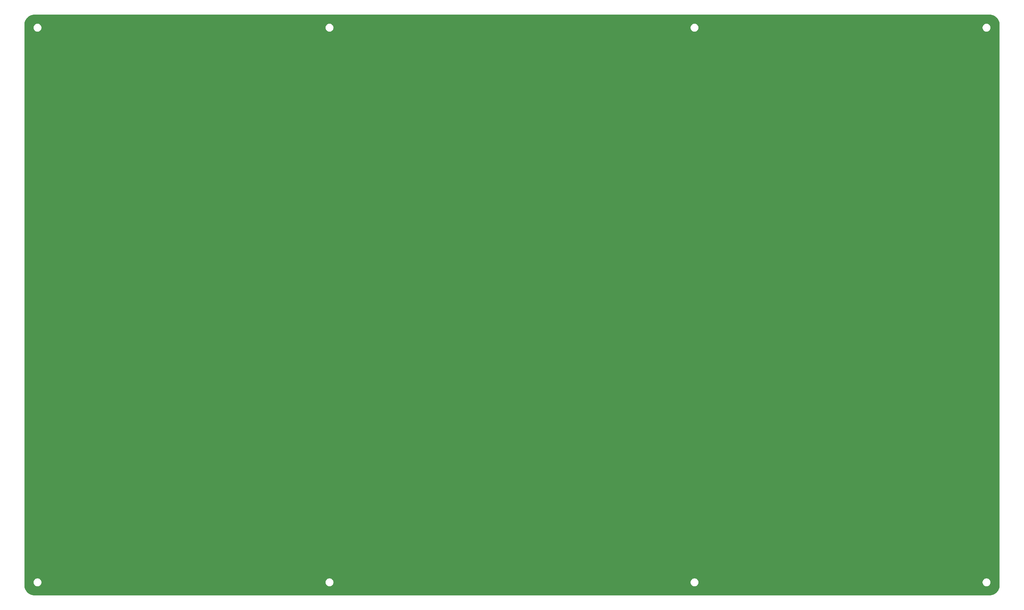
<source format=gbr>
%TF.GenerationSoftware,KiCad,Pcbnew,9.0.7*%
%TF.CreationDate,2026-02-10T07:58:34+00:00*%
%TF.ProjectId,WEASEL_KiCad,57454153-454c-45f4-9b69-4361642e6b69,rev?*%
%TF.SameCoordinates,Original*%
%TF.FileFunction,Copper,L1,Top*%
%TF.FilePolarity,Positive*%
%FSLAX46Y46*%
G04 Gerber Fmt 4.6, Leading zero omitted, Abs format (unit mm)*
G04 Created by KiCad (PCBNEW 9.0.7) date 2026-02-10 07:58:34*
%MOMM*%
%LPD*%
G01*
G04 APERTURE LIST*
G04 APERTURE END LIST*
%TA.AperFunction,Conductor*%
%TO.N,GND*%
G36*
X345503032Y-412500648D02*
G01*
X345836929Y-412517052D01*
X345849037Y-412518245D01*
X345952146Y-412533539D01*
X346176699Y-412566849D01*
X346188617Y-412569219D01*
X346509951Y-412649709D01*
X346521588Y-412653240D01*
X346592806Y-412678722D01*
X346833467Y-412764832D01*
X346844688Y-412769479D01*
X347144163Y-412911120D01*
X347154871Y-412916844D01*
X347438988Y-413087137D01*
X347449106Y-413093897D01*
X347715170Y-413291224D01*
X347724576Y-413298944D01*
X347970013Y-413521395D01*
X347978604Y-413529986D01*
X348165755Y-413736475D01*
X348201055Y-413775423D01*
X348208775Y-413784829D01*
X348406102Y-414050893D01*
X348412862Y-414061011D01*
X348541776Y-414276092D01*
X348583148Y-414345116D01*
X348588885Y-414355848D01*
X348730514Y-414655297D01*
X348735170Y-414666540D01*
X348846759Y-414978411D01*
X348850292Y-414990055D01*
X348930777Y-415311369D01*
X348933151Y-415323305D01*
X348981754Y-415650962D01*
X348982947Y-415663071D01*
X348999351Y-415996966D01*
X348999500Y-416003051D01*
X348999500Y-607996948D01*
X348999351Y-608003033D01*
X348982947Y-608336928D01*
X348981754Y-608349037D01*
X348933151Y-608676694D01*
X348930777Y-608688630D01*
X348850292Y-609009944D01*
X348846759Y-609021588D01*
X348735170Y-609333459D01*
X348730514Y-609344702D01*
X348588885Y-609644151D01*
X348583148Y-609654883D01*
X348412862Y-609938988D01*
X348406102Y-609949106D01*
X348208775Y-610215170D01*
X348201055Y-610224576D01*
X347978611Y-610470006D01*
X347970006Y-610478611D01*
X347724576Y-610701055D01*
X347715170Y-610708775D01*
X347449106Y-610906102D01*
X347438988Y-610912862D01*
X347154883Y-611083148D01*
X347144151Y-611088885D01*
X346844702Y-611230514D01*
X346833459Y-611235170D01*
X346521588Y-611346759D01*
X346509944Y-611350292D01*
X346188630Y-611430777D01*
X346176694Y-611433151D01*
X345849037Y-611481754D01*
X345836928Y-611482947D01*
X345521989Y-611498419D01*
X345503031Y-611499351D01*
X345496949Y-611499500D01*
X18503051Y-611499500D01*
X18496968Y-611499351D01*
X18476900Y-611498365D01*
X18163071Y-611482947D01*
X18150962Y-611481754D01*
X17823305Y-611433151D01*
X17811369Y-611430777D01*
X17490055Y-611350292D01*
X17478411Y-611346759D01*
X17166540Y-611235170D01*
X17155301Y-611230515D01*
X16855844Y-611088883D01*
X16845121Y-611083150D01*
X16561011Y-610912862D01*
X16550893Y-610906102D01*
X16284829Y-610708775D01*
X16275423Y-610701055D01*
X16236475Y-610665755D01*
X16029986Y-610478604D01*
X16021395Y-610470013D01*
X15798944Y-610224576D01*
X15791224Y-610215170D01*
X15593897Y-609949106D01*
X15587137Y-609938988D01*
X15416844Y-609654871D01*
X15411120Y-609644163D01*
X15269479Y-609344688D01*
X15264829Y-609333459D01*
X15153240Y-609021588D01*
X15149707Y-609009944D01*
X15140958Y-608975015D01*
X15069219Y-608688617D01*
X15066848Y-608676694D01*
X15018245Y-608349037D01*
X15017052Y-608336927D01*
X15000649Y-608003032D01*
X15000500Y-607996948D01*
X15000500Y-606893713D01*
X18149500Y-606893713D01*
X18149500Y-607106286D01*
X18182753Y-607316239D01*
X18248444Y-607518414D01*
X18344951Y-607707820D01*
X18469890Y-607879786D01*
X18620213Y-608030109D01*
X18792179Y-608155048D01*
X18792181Y-608155049D01*
X18792184Y-608155051D01*
X18981588Y-608251557D01*
X19183757Y-608317246D01*
X19393713Y-608350500D01*
X19393714Y-608350500D01*
X19606286Y-608350500D01*
X19606287Y-608350500D01*
X19816243Y-608317246D01*
X20018412Y-608251557D01*
X20207816Y-608155051D01*
X20229789Y-608139086D01*
X20379786Y-608030109D01*
X20379788Y-608030106D01*
X20379792Y-608030104D01*
X20530104Y-607879792D01*
X20530106Y-607879788D01*
X20530109Y-607879786D01*
X20655048Y-607707820D01*
X20655047Y-607707820D01*
X20655051Y-607707816D01*
X20751557Y-607518412D01*
X20817246Y-607316243D01*
X20850500Y-607106287D01*
X20850500Y-606893713D01*
X118149500Y-606893713D01*
X118149500Y-607106286D01*
X118182753Y-607316239D01*
X118248444Y-607518414D01*
X118344951Y-607707820D01*
X118469890Y-607879786D01*
X118620213Y-608030109D01*
X118792179Y-608155048D01*
X118792181Y-608155049D01*
X118792184Y-608155051D01*
X118981588Y-608251557D01*
X119183757Y-608317246D01*
X119393713Y-608350500D01*
X119393714Y-608350500D01*
X119606286Y-608350500D01*
X119606287Y-608350500D01*
X119816243Y-608317246D01*
X120018412Y-608251557D01*
X120207816Y-608155051D01*
X120229789Y-608139086D01*
X120379786Y-608030109D01*
X120379788Y-608030106D01*
X120379792Y-608030104D01*
X120530104Y-607879792D01*
X120530106Y-607879788D01*
X120530109Y-607879786D01*
X120655048Y-607707820D01*
X120655047Y-607707820D01*
X120655051Y-607707816D01*
X120751557Y-607518412D01*
X120817246Y-607316243D01*
X120850500Y-607106287D01*
X120850500Y-606893713D01*
X243149500Y-606893713D01*
X243149500Y-607106286D01*
X243182753Y-607316239D01*
X243248444Y-607518414D01*
X243344951Y-607707820D01*
X243469890Y-607879786D01*
X243620213Y-608030109D01*
X243792179Y-608155048D01*
X243792181Y-608155049D01*
X243792184Y-608155051D01*
X243981588Y-608251557D01*
X244183757Y-608317246D01*
X244393713Y-608350500D01*
X244393714Y-608350500D01*
X244606286Y-608350500D01*
X244606287Y-608350500D01*
X244816243Y-608317246D01*
X245018412Y-608251557D01*
X245207816Y-608155051D01*
X245229789Y-608139086D01*
X245379786Y-608030109D01*
X245379788Y-608030106D01*
X245379792Y-608030104D01*
X245530104Y-607879792D01*
X245530106Y-607879788D01*
X245530109Y-607879786D01*
X245655048Y-607707820D01*
X245655047Y-607707820D01*
X245655051Y-607707816D01*
X245751557Y-607518412D01*
X245817246Y-607316243D01*
X245850500Y-607106287D01*
X245850500Y-606893713D01*
X343149500Y-606893713D01*
X343149500Y-607106286D01*
X343182753Y-607316239D01*
X343248444Y-607518414D01*
X343344951Y-607707820D01*
X343469890Y-607879786D01*
X343620213Y-608030109D01*
X343792179Y-608155048D01*
X343792181Y-608155049D01*
X343792184Y-608155051D01*
X343981588Y-608251557D01*
X344183757Y-608317246D01*
X344393713Y-608350500D01*
X344393714Y-608350500D01*
X344606286Y-608350500D01*
X344606287Y-608350500D01*
X344816243Y-608317246D01*
X345018412Y-608251557D01*
X345207816Y-608155051D01*
X345229789Y-608139086D01*
X345379786Y-608030109D01*
X345379788Y-608030106D01*
X345379792Y-608030104D01*
X345530104Y-607879792D01*
X345530106Y-607879788D01*
X345530109Y-607879786D01*
X345655048Y-607707820D01*
X345655047Y-607707820D01*
X345655051Y-607707816D01*
X345751557Y-607518412D01*
X345817246Y-607316243D01*
X345850500Y-607106287D01*
X345850500Y-606893713D01*
X345817246Y-606683757D01*
X345751557Y-606481588D01*
X345655051Y-606292184D01*
X345655049Y-606292181D01*
X345655048Y-606292179D01*
X345530109Y-606120213D01*
X345379786Y-605969890D01*
X345207820Y-605844951D01*
X345018414Y-605748444D01*
X345018413Y-605748443D01*
X345018412Y-605748443D01*
X344816243Y-605682754D01*
X344816241Y-605682753D01*
X344816240Y-605682753D01*
X344654957Y-605657208D01*
X344606287Y-605649500D01*
X344393713Y-605649500D01*
X344345042Y-605657208D01*
X344183760Y-605682753D01*
X343981585Y-605748444D01*
X343792179Y-605844951D01*
X343620213Y-605969890D01*
X343469890Y-606120213D01*
X343344951Y-606292179D01*
X343248444Y-606481585D01*
X343182753Y-606683760D01*
X343149500Y-606893713D01*
X245850500Y-606893713D01*
X245817246Y-606683757D01*
X245751557Y-606481588D01*
X245655051Y-606292184D01*
X245655049Y-606292181D01*
X245655048Y-606292179D01*
X245530109Y-606120213D01*
X245379786Y-605969890D01*
X245207820Y-605844951D01*
X245018414Y-605748444D01*
X245018413Y-605748443D01*
X245018412Y-605748443D01*
X244816243Y-605682754D01*
X244816241Y-605682753D01*
X244816240Y-605682753D01*
X244654957Y-605657208D01*
X244606287Y-605649500D01*
X244393713Y-605649500D01*
X244345042Y-605657208D01*
X244183760Y-605682753D01*
X243981585Y-605748444D01*
X243792179Y-605844951D01*
X243620213Y-605969890D01*
X243469890Y-606120213D01*
X243344951Y-606292179D01*
X243248444Y-606481585D01*
X243182753Y-606683760D01*
X243149500Y-606893713D01*
X120850500Y-606893713D01*
X120817246Y-606683757D01*
X120751557Y-606481588D01*
X120655051Y-606292184D01*
X120655049Y-606292181D01*
X120655048Y-606292179D01*
X120530109Y-606120213D01*
X120379786Y-605969890D01*
X120207820Y-605844951D01*
X120018414Y-605748444D01*
X120018413Y-605748443D01*
X120018412Y-605748443D01*
X119816243Y-605682754D01*
X119816241Y-605682753D01*
X119816240Y-605682753D01*
X119654957Y-605657208D01*
X119606287Y-605649500D01*
X119393713Y-605649500D01*
X119345042Y-605657208D01*
X119183760Y-605682753D01*
X118981585Y-605748444D01*
X118792179Y-605844951D01*
X118620213Y-605969890D01*
X118469890Y-606120213D01*
X118344951Y-606292179D01*
X118248444Y-606481585D01*
X118182753Y-606683760D01*
X118149500Y-606893713D01*
X20850500Y-606893713D01*
X20817246Y-606683757D01*
X20751557Y-606481588D01*
X20655051Y-606292184D01*
X20655049Y-606292181D01*
X20655048Y-606292179D01*
X20530109Y-606120213D01*
X20379786Y-605969890D01*
X20207820Y-605844951D01*
X20018414Y-605748444D01*
X20018413Y-605748443D01*
X20018412Y-605748443D01*
X19816243Y-605682754D01*
X19816241Y-605682753D01*
X19816240Y-605682753D01*
X19654957Y-605657208D01*
X19606287Y-605649500D01*
X19393713Y-605649500D01*
X19345042Y-605657208D01*
X19183760Y-605682753D01*
X18981585Y-605748444D01*
X18792179Y-605844951D01*
X18620213Y-605969890D01*
X18469890Y-606120213D01*
X18344951Y-606292179D01*
X18248444Y-606481585D01*
X18182753Y-606683760D01*
X18149500Y-606893713D01*
X15000500Y-606893713D01*
X15000500Y-416893713D01*
X18149500Y-416893713D01*
X18149500Y-417106286D01*
X18182753Y-417316239D01*
X18248444Y-417518414D01*
X18344951Y-417707820D01*
X18469890Y-417879786D01*
X18620213Y-418030109D01*
X18792179Y-418155048D01*
X18792181Y-418155049D01*
X18792184Y-418155051D01*
X18981588Y-418251557D01*
X19183757Y-418317246D01*
X19393713Y-418350500D01*
X19393714Y-418350500D01*
X19606286Y-418350500D01*
X19606287Y-418350500D01*
X19816243Y-418317246D01*
X20018412Y-418251557D01*
X20207816Y-418155051D01*
X20229789Y-418139086D01*
X20379786Y-418030109D01*
X20379788Y-418030106D01*
X20379792Y-418030104D01*
X20530104Y-417879792D01*
X20530106Y-417879788D01*
X20530109Y-417879786D01*
X20655048Y-417707820D01*
X20655047Y-417707820D01*
X20655051Y-417707816D01*
X20751557Y-417518412D01*
X20817246Y-417316243D01*
X20850500Y-417106287D01*
X20850500Y-416893713D01*
X118149500Y-416893713D01*
X118149500Y-417106286D01*
X118182753Y-417316239D01*
X118248444Y-417518414D01*
X118344951Y-417707820D01*
X118469890Y-417879786D01*
X118620213Y-418030109D01*
X118792179Y-418155048D01*
X118792181Y-418155049D01*
X118792184Y-418155051D01*
X118981588Y-418251557D01*
X119183757Y-418317246D01*
X119393713Y-418350500D01*
X119393714Y-418350500D01*
X119606286Y-418350500D01*
X119606287Y-418350500D01*
X119816243Y-418317246D01*
X120018412Y-418251557D01*
X120207816Y-418155051D01*
X120229789Y-418139086D01*
X120379786Y-418030109D01*
X120379788Y-418030106D01*
X120379792Y-418030104D01*
X120530104Y-417879792D01*
X120530106Y-417879788D01*
X120530109Y-417879786D01*
X120655048Y-417707820D01*
X120655047Y-417707820D01*
X120655051Y-417707816D01*
X120751557Y-417518412D01*
X120817246Y-417316243D01*
X120850500Y-417106287D01*
X120850500Y-416893713D01*
X243149500Y-416893713D01*
X243149500Y-417106286D01*
X243182753Y-417316239D01*
X243248444Y-417518414D01*
X243344951Y-417707820D01*
X243469890Y-417879786D01*
X243620213Y-418030109D01*
X243792179Y-418155048D01*
X243792181Y-418155049D01*
X243792184Y-418155051D01*
X243981588Y-418251557D01*
X244183757Y-418317246D01*
X244393713Y-418350500D01*
X244393714Y-418350500D01*
X244606286Y-418350500D01*
X244606287Y-418350500D01*
X244816243Y-418317246D01*
X245018412Y-418251557D01*
X245207816Y-418155051D01*
X245229789Y-418139086D01*
X245379786Y-418030109D01*
X245379788Y-418030106D01*
X245379792Y-418030104D01*
X245530104Y-417879792D01*
X245530106Y-417879788D01*
X245530109Y-417879786D01*
X245655048Y-417707820D01*
X245655047Y-417707820D01*
X245655051Y-417707816D01*
X245751557Y-417518412D01*
X245817246Y-417316243D01*
X245850500Y-417106287D01*
X245850500Y-416893713D01*
X343149500Y-416893713D01*
X343149500Y-417106286D01*
X343182753Y-417316239D01*
X343248444Y-417518414D01*
X343344951Y-417707820D01*
X343469890Y-417879786D01*
X343620213Y-418030109D01*
X343792179Y-418155048D01*
X343792181Y-418155049D01*
X343792184Y-418155051D01*
X343981588Y-418251557D01*
X344183757Y-418317246D01*
X344393713Y-418350500D01*
X344393714Y-418350500D01*
X344606286Y-418350500D01*
X344606287Y-418350500D01*
X344816243Y-418317246D01*
X345018412Y-418251557D01*
X345207816Y-418155051D01*
X345229789Y-418139086D01*
X345379786Y-418030109D01*
X345379788Y-418030106D01*
X345379792Y-418030104D01*
X345530104Y-417879792D01*
X345530106Y-417879788D01*
X345530109Y-417879786D01*
X345655048Y-417707820D01*
X345655047Y-417707820D01*
X345655051Y-417707816D01*
X345751557Y-417518412D01*
X345817246Y-417316243D01*
X345850500Y-417106287D01*
X345850500Y-416893713D01*
X345817246Y-416683757D01*
X345751557Y-416481588D01*
X345655051Y-416292184D01*
X345655049Y-416292181D01*
X345655048Y-416292179D01*
X345530109Y-416120213D01*
X345379786Y-415969890D01*
X345207820Y-415844951D01*
X345018414Y-415748444D01*
X345018413Y-415748443D01*
X345018412Y-415748443D01*
X344816243Y-415682754D01*
X344816241Y-415682753D01*
X344816240Y-415682753D01*
X344653570Y-415656989D01*
X344606287Y-415649500D01*
X344393713Y-415649500D01*
X344346430Y-415656989D01*
X344183760Y-415682753D01*
X343981585Y-415748444D01*
X343792179Y-415844951D01*
X343620213Y-415969890D01*
X343469890Y-416120213D01*
X343344951Y-416292179D01*
X343248444Y-416481585D01*
X343182753Y-416683760D01*
X343149500Y-416893713D01*
X245850500Y-416893713D01*
X245817246Y-416683757D01*
X245751557Y-416481588D01*
X245655051Y-416292184D01*
X245655049Y-416292181D01*
X245655048Y-416292179D01*
X245530109Y-416120213D01*
X245379786Y-415969890D01*
X245207820Y-415844951D01*
X245018414Y-415748444D01*
X245018413Y-415748443D01*
X245018412Y-415748443D01*
X244816243Y-415682754D01*
X244816241Y-415682753D01*
X244816240Y-415682753D01*
X244653570Y-415656989D01*
X244606287Y-415649500D01*
X244393713Y-415649500D01*
X244346430Y-415656989D01*
X244183760Y-415682753D01*
X243981585Y-415748444D01*
X243792179Y-415844951D01*
X243620213Y-415969890D01*
X243469890Y-416120213D01*
X243344951Y-416292179D01*
X243248444Y-416481585D01*
X243182753Y-416683760D01*
X243149500Y-416893713D01*
X120850500Y-416893713D01*
X120817246Y-416683757D01*
X120751557Y-416481588D01*
X120655051Y-416292184D01*
X120655049Y-416292181D01*
X120655048Y-416292179D01*
X120530109Y-416120213D01*
X120379786Y-415969890D01*
X120207820Y-415844951D01*
X120018414Y-415748444D01*
X120018413Y-415748443D01*
X120018412Y-415748443D01*
X119816243Y-415682754D01*
X119816241Y-415682753D01*
X119816240Y-415682753D01*
X119653570Y-415656989D01*
X119606287Y-415649500D01*
X119393713Y-415649500D01*
X119346430Y-415656989D01*
X119183760Y-415682753D01*
X118981585Y-415748444D01*
X118792179Y-415844951D01*
X118620213Y-415969890D01*
X118469890Y-416120213D01*
X118344951Y-416292179D01*
X118248444Y-416481585D01*
X118182753Y-416683760D01*
X118149500Y-416893713D01*
X20850500Y-416893713D01*
X20817246Y-416683757D01*
X20751557Y-416481588D01*
X20655051Y-416292184D01*
X20655049Y-416292181D01*
X20655048Y-416292179D01*
X20530109Y-416120213D01*
X20379786Y-415969890D01*
X20207820Y-415844951D01*
X20018414Y-415748444D01*
X20018413Y-415748443D01*
X20018412Y-415748443D01*
X19816243Y-415682754D01*
X19816241Y-415682753D01*
X19816240Y-415682753D01*
X19653570Y-415656989D01*
X19606287Y-415649500D01*
X19393713Y-415649500D01*
X19346430Y-415656989D01*
X19183760Y-415682753D01*
X18981585Y-415748444D01*
X18792179Y-415844951D01*
X18620213Y-415969890D01*
X18469890Y-416120213D01*
X18344951Y-416292179D01*
X18248444Y-416481585D01*
X18182753Y-416683760D01*
X18149500Y-416893713D01*
X15000500Y-416893713D01*
X15000500Y-416003051D01*
X15000649Y-415996967D01*
X15017052Y-415663072D01*
X15018245Y-415650962D01*
X15018462Y-415649500D01*
X15066849Y-415323296D01*
X15069218Y-415311385D01*
X15149710Y-414990043D01*
X15153240Y-414978411D01*
X15264835Y-414666525D01*
X15269476Y-414655318D01*
X15411124Y-414355828D01*
X15416840Y-414345136D01*
X15587145Y-414060998D01*
X15593888Y-414050905D01*
X15791232Y-413784818D01*
X15798935Y-413775433D01*
X16021405Y-413529975D01*
X16029975Y-413521405D01*
X16275433Y-413298935D01*
X16284818Y-413291232D01*
X16550905Y-413093888D01*
X16560998Y-413087145D01*
X16845136Y-412916840D01*
X16855828Y-412911124D01*
X17155318Y-412769476D01*
X17166525Y-412764835D01*
X17478412Y-412653239D01*
X17490043Y-412649710D01*
X17811385Y-412569218D01*
X17823296Y-412566849D01*
X18150962Y-412518244D01*
X18163068Y-412517052D01*
X18496967Y-412500648D01*
X18503051Y-412500500D01*
X18565892Y-412500500D01*
X345434108Y-412500500D01*
X345496949Y-412500500D01*
X345503032Y-412500648D01*
G37*
%TD.AperFunction*%
%TD*%
M02*

</source>
